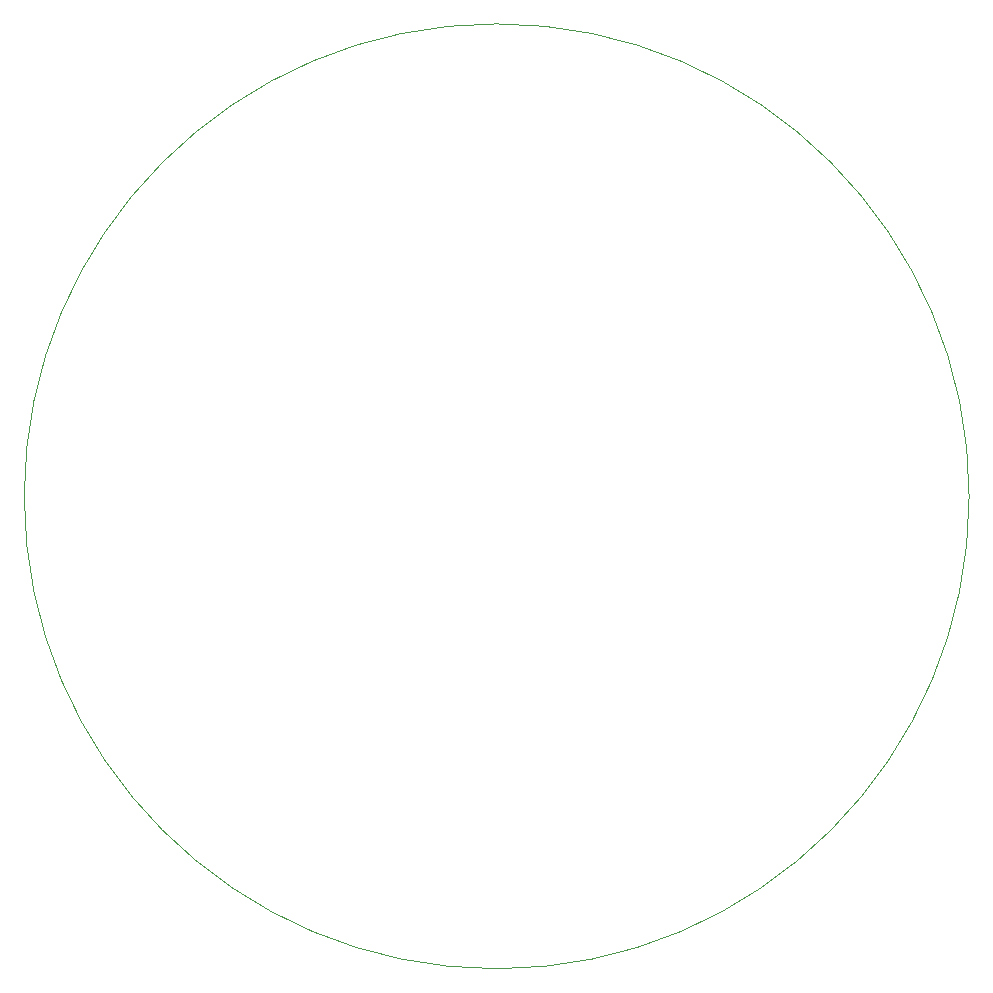
<source format=gbr>
%TF.GenerationSoftware,KiCad,Pcbnew,(6.0.9)*%
%TF.CreationDate,2023-02-05T00:50:23+02:00*%
%TF.ProjectId,power dis,706f7765-7220-4646-9973-2e6b69636164,rev?*%
%TF.SameCoordinates,Original*%
%TF.FileFunction,Profile,NP*%
%FSLAX46Y46*%
G04 Gerber Fmt 4.6, Leading zero omitted, Abs format (unit mm)*
G04 Created by KiCad (PCBNEW (6.0.9)) date 2023-02-05 00:50:23*
%MOMM*%
%LPD*%
G01*
G04 APERTURE LIST*
%TA.AperFunction,Profile*%
%ADD10C,0.100000*%
%TD*%
G04 APERTURE END LIST*
D10*
X240000000Y-60000000D02*
G75*
G03*
X240000000Y-60000000I-40000000J0D01*
G01*
M02*

</source>
